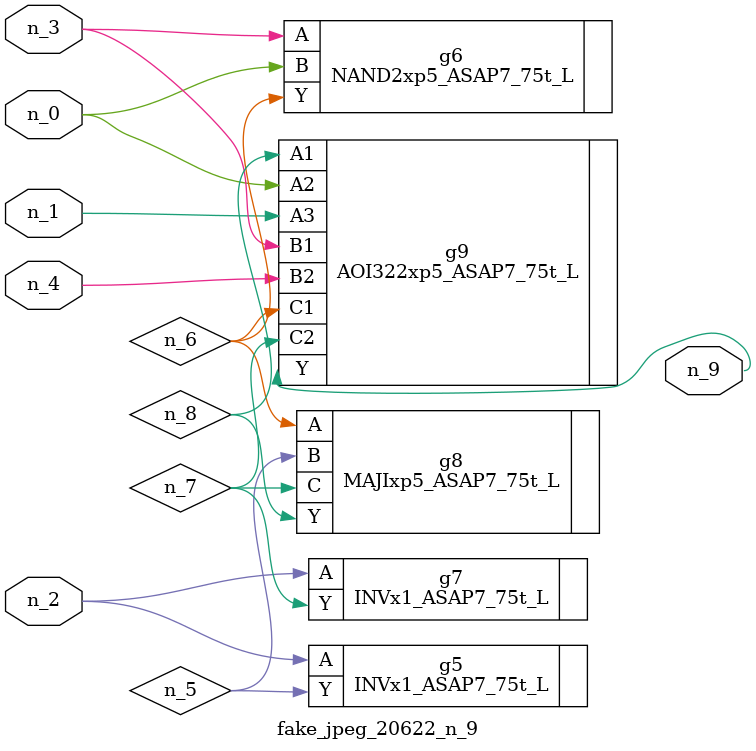
<source format=v>
module fake_jpeg_20622_n_9 (n_3, n_2, n_1, n_0, n_4, n_9);

input n_3;
input n_2;
input n_1;
input n_0;
input n_4;

output n_9;

wire n_8;
wire n_6;
wire n_5;
wire n_7;

INVx1_ASAP7_75t_L g5 ( 
.A(n_2),
.Y(n_5)
);

NAND2xp5_ASAP7_75t_L g6 ( 
.A(n_3),
.B(n_0),
.Y(n_6)
);

INVx1_ASAP7_75t_L g7 ( 
.A(n_2),
.Y(n_7)
);

MAJIxp5_ASAP7_75t_L g8 ( 
.A(n_6),
.B(n_5),
.C(n_7),
.Y(n_8)
);

AOI322xp5_ASAP7_75t_L g9 ( 
.A1(n_8),
.A2(n_0),
.A3(n_1),
.B1(n_3),
.B2(n_4),
.C1(n_6),
.C2(n_7),
.Y(n_9)
);


endmodule
</source>
